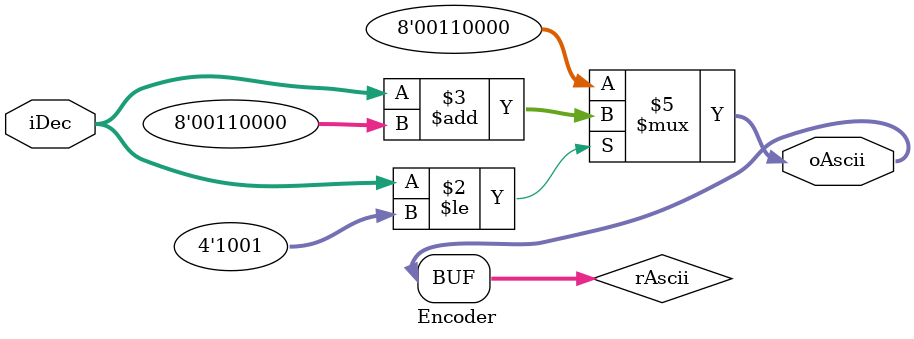
<source format=v>
`timescale 1ns / 1ps


module Encoder(
    input   [3:0]   iDec,

    output  [7:0]   oAscii
    );

    reg     [7:0]   rAscii;

    always  @(*)
    begin
        if  (iDec <= 4'h9)
            rAscii  = iDec + 8'h30;
        else
            rAscii  = 8'h30;
    end

    assign  oAscii  = rAscii;

endmodule

</source>
